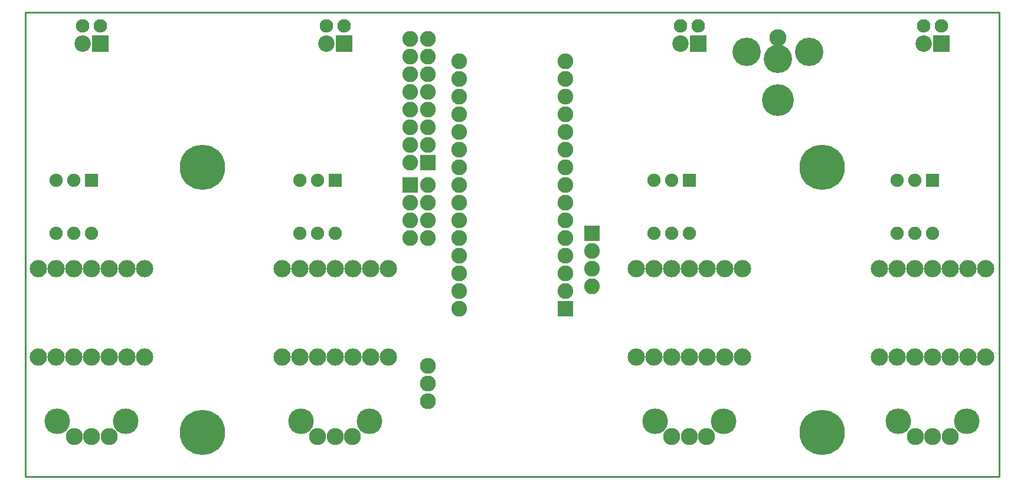
<source format=gts>
G04 (created by PCBNEW-RS274X (2010-00-09 BZR 23xx)-stable) date Thu 04 Aug 2011 09:52:01 AM PDT*
G01*
G70*
G90*
%MOIN*%
G04 Gerber Fmt 3.4, Leading zero omitted, Abs format*
%FSLAX34Y34*%
G04 APERTURE LIST*
%ADD10C,0.006000*%
%ADD11C,0.009000*%
%ADD12C,0.096000*%
%ADD13C,0.145000*%
%ADD14R,0.089000X0.089000*%
%ADD15C,0.089000*%
%ADD16C,0.090000*%
%ADD17C,0.256000*%
%ADD18C,0.160000*%
%ADD19C,0.180000*%
%ADD20R,0.075000X0.075000*%
%ADD21C,0.075000*%
%ADD22C,0.098000*%
%ADD23C,0.093000*%
%ADD24R,0.093000X0.093000*%
%ADD25C,0.076000*%
G04 APERTURE END LIST*
G54D10*
G54D11*
X30500Y-55750D02*
X30500Y-29500D01*
X85500Y-55750D02*
X30500Y-55750D01*
X85500Y-29500D02*
X85500Y-55750D01*
X30500Y-29500D02*
X85500Y-29500D01*
G54D12*
X33266Y-53500D03*
X34250Y-53500D03*
X35234Y-53500D03*
G54D13*
X32320Y-52634D03*
X36180Y-52634D03*
G54D12*
X80766Y-53500D03*
X81750Y-53500D03*
X82734Y-53500D03*
G54D13*
X79820Y-52634D03*
X83680Y-52634D03*
G54D12*
X67016Y-53500D03*
X68000Y-53500D03*
X68984Y-53500D03*
G54D13*
X66070Y-52634D03*
X69930Y-52634D03*
G54D12*
X47016Y-53500D03*
X48000Y-53500D03*
X48984Y-53500D03*
G54D13*
X46070Y-52634D03*
X49930Y-52634D03*
G54D14*
X61000Y-46250D03*
G54D15*
X61000Y-45250D03*
X61000Y-44250D03*
X61000Y-43250D03*
X61000Y-42250D03*
X61000Y-41250D03*
X61000Y-40250D03*
X61000Y-39250D03*
X61000Y-38250D03*
X61000Y-37250D03*
X61000Y-36250D03*
X61000Y-35250D03*
X61000Y-34250D03*
X61000Y-33250D03*
X61000Y-32250D03*
X55000Y-32250D03*
X55000Y-33250D03*
X55000Y-34250D03*
X55000Y-35250D03*
X55000Y-36250D03*
X55000Y-37250D03*
X55000Y-38250D03*
X55000Y-39250D03*
X55000Y-40250D03*
X55000Y-41250D03*
X55000Y-42250D03*
X55000Y-43250D03*
X55000Y-44250D03*
X55000Y-45250D03*
X55000Y-46250D03*
G54D16*
X53250Y-51500D03*
X53250Y-50500D03*
X53250Y-49500D03*
G54D14*
X62500Y-42000D03*
G54D15*
X62500Y-43000D03*
X62500Y-44000D03*
X62500Y-45000D03*
G54D17*
X75500Y-38250D03*
X40500Y-53250D03*
X75500Y-53250D03*
X40500Y-38250D03*
G54D14*
X52250Y-39250D03*
G54D15*
X53250Y-39250D03*
X52250Y-40250D03*
X53250Y-40250D03*
X52250Y-41250D03*
X53250Y-41250D03*
X52250Y-42250D03*
X53250Y-42250D03*
G54D12*
X73000Y-30930D03*
G54D18*
X73000Y-32110D03*
G54D19*
X73000Y-34470D03*
G54D18*
X71230Y-31720D03*
X74770Y-31720D03*
G54D20*
X81750Y-39000D03*
G54D21*
X80750Y-39000D03*
X79750Y-39000D03*
X79750Y-42000D03*
X80750Y-42000D03*
X81750Y-42000D03*
G54D20*
X68000Y-39000D03*
G54D21*
X67000Y-39000D03*
X66000Y-39000D03*
X66000Y-42000D03*
X67000Y-42000D03*
X68000Y-42000D03*
G54D20*
X48000Y-39000D03*
G54D21*
X47000Y-39000D03*
X46000Y-39000D03*
X46000Y-42000D03*
X47000Y-42000D03*
X48000Y-42000D03*
G54D20*
X34250Y-39000D03*
G54D21*
X33250Y-39000D03*
X32250Y-39000D03*
X32250Y-42000D03*
X33250Y-42000D03*
X34250Y-42000D03*
G54D15*
X53250Y-37000D03*
X52250Y-37000D03*
X53250Y-36000D03*
X52250Y-36000D03*
X53250Y-35000D03*
X52250Y-35000D03*
X53250Y-34000D03*
X52250Y-34000D03*
X53250Y-33000D03*
X52250Y-33000D03*
X53250Y-32000D03*
X52250Y-32000D03*
G54D14*
X53250Y-38000D03*
G54D15*
X52250Y-38000D03*
X53250Y-31000D03*
X52250Y-31000D03*
G54D22*
X48000Y-44000D03*
X49000Y-44000D03*
X50000Y-44000D03*
X51000Y-44000D03*
X47000Y-44000D03*
X45000Y-44000D03*
X46000Y-44000D03*
X45000Y-49000D03*
X46000Y-49000D03*
X47000Y-49000D03*
X48000Y-49000D03*
X49000Y-49000D03*
X50000Y-49000D03*
X51000Y-49000D03*
X68000Y-44000D03*
X69000Y-44000D03*
X70000Y-44000D03*
X71000Y-44000D03*
X67000Y-44000D03*
X65000Y-44000D03*
X66000Y-44000D03*
X65000Y-49000D03*
X66000Y-49000D03*
X67000Y-49000D03*
X68000Y-49000D03*
X69000Y-49000D03*
X70000Y-49000D03*
X71000Y-49000D03*
X81750Y-44000D03*
X82750Y-44000D03*
X83750Y-44000D03*
X84750Y-44000D03*
X80750Y-44000D03*
X78750Y-44000D03*
X79750Y-44000D03*
X78750Y-49000D03*
X79750Y-49000D03*
X80750Y-49000D03*
X81750Y-49000D03*
X82750Y-49000D03*
X83750Y-49000D03*
X84750Y-49000D03*
X34250Y-44000D03*
X35250Y-44000D03*
X36250Y-44000D03*
X37250Y-44000D03*
X33250Y-44000D03*
X31250Y-44000D03*
X32250Y-44000D03*
X31250Y-49000D03*
X32250Y-49000D03*
X33250Y-49000D03*
X34250Y-49000D03*
X35250Y-49000D03*
X36250Y-49000D03*
X37250Y-49000D03*
G54D23*
X33750Y-31250D03*
G54D24*
X34750Y-31250D03*
G54D25*
X34750Y-30250D03*
X33750Y-30250D03*
G54D23*
X67500Y-31250D03*
G54D24*
X68500Y-31250D03*
G54D25*
X68500Y-30250D03*
X67500Y-30250D03*
G54D23*
X47500Y-31250D03*
G54D24*
X48500Y-31250D03*
G54D25*
X48500Y-30250D03*
X47500Y-30250D03*
G54D23*
X81250Y-31250D03*
G54D24*
X82250Y-31250D03*
G54D25*
X82250Y-30250D03*
X81250Y-30250D03*
M02*

</source>
